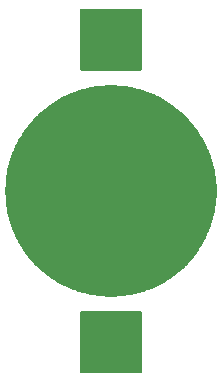
<source format=gbr>
G04 #@! TF.GenerationSoftware,KiCad,Pcbnew,7.99.0-1092-g932f171e96*
G04 #@! TF.CreationDate,2023-05-12T00:04:05+02:00*
G04 #@! TF.ProjectId,parasite,70617261-7369-4746-952e-6b696361645f,2.0.0*
G04 #@! TF.SameCoordinates,Original*
G04 #@! TF.FileFunction,Soldermask,Bot*
G04 #@! TF.FilePolarity,Negative*
%FSLAX46Y46*%
G04 Gerber Fmt 4.6, Leading zero omitted, Abs format (unit mm)*
G04 Created by KiCad (PCBNEW 7.99.0-1092-g932f171e96) date 2023-05-12 00:04:05*
%MOMM*%
%LPD*%
G01*
G04 APERTURE LIST*
G04 APERTURE END LIST*
G36*
X69669517Y-65357882D02*
G01*
X69686062Y-65368938D01*
X69697118Y-65385483D01*
X69701000Y-65405000D01*
X69701000Y-70505000D01*
X69697118Y-70524517D01*
X69686062Y-70541062D01*
X69669517Y-70552118D01*
X69650000Y-70556000D01*
X64550000Y-70556000D01*
X64530483Y-70552118D01*
X64513938Y-70541062D01*
X64502882Y-70524517D01*
X64499000Y-70505000D01*
X64499000Y-65405000D01*
X64502882Y-65385483D01*
X64513938Y-65368938D01*
X64530483Y-65357882D01*
X64550000Y-65354000D01*
X69650000Y-65354000D01*
X69669517Y-65357882D01*
G37*
G36*
X67250684Y-46208999D02*
G01*
X67399097Y-46208999D01*
X67541142Y-46218507D01*
X67685419Y-46223231D01*
X67841841Y-46238637D01*
X67995957Y-46248954D01*
X68131037Y-46267120D01*
X68268335Y-46280643D01*
X68429761Y-46307294D01*
X68588814Y-46328685D01*
X68716425Y-46354623D01*
X68846230Y-46376054D01*
X69011838Y-46414668D01*
X69175022Y-46447837D01*
X69294755Y-46480635D01*
X69416670Y-46509062D01*
X69585600Y-46560306D01*
X69751963Y-46605878D01*
X69863466Y-46644596D01*
X69977191Y-46679094D01*
X70148499Y-46743570D01*
X70317059Y-46802100D01*
X70420099Y-46845793D01*
X70525370Y-46885414D01*
X70698051Y-46963655D01*
X70867787Y-47035629D01*
X70962215Y-47083345D01*
X71058900Y-47127153D01*
X71231907Y-47219627D01*
X71401687Y-47305421D01*
X71487440Y-47356212D01*
X71575467Y-47403264D01*
X71747671Y-47510347D01*
X71916375Y-47610271D01*
X71993496Y-47663211D01*
X72072869Y-47712569D01*
X72243113Y-47834564D01*
X72409552Y-47948818D01*
X72478146Y-48002986D01*
X72548973Y-48053740D01*
X72716055Y-48190861D01*
X72879015Y-48319549D01*
X72939298Y-48374072D01*
X73001772Y-48425343D01*
X73164524Y-48577777D01*
X73322667Y-48720809D01*
X73374880Y-48774797D01*
X73429265Y-48825734D01*
X73586446Y-48993554D01*
X73738528Y-49150806D01*
X73783044Y-49203460D01*
X73829656Y-49253227D01*
X73979979Y-49436396D01*
X74124739Y-49607619D01*
X74161991Y-49658177D01*
X74201259Y-49706026D01*
X74343520Y-49904551D01*
X74479576Y-50089208D01*
X74510045Y-50136937D01*
X74542430Y-50182130D01*
X74675321Y-50395837D01*
X74801455Y-50593421D01*
X74825712Y-50637685D01*
X74851735Y-50679533D01*
X74974043Y-50908354D01*
X75088936Y-51118008D01*
X75107577Y-51158179D01*
X75127846Y-51196099D01*
X75238360Y-51440009D01*
X75340737Y-51660626D01*
X75354435Y-51696193D01*
X75369585Y-51729629D01*
X75467085Y-51988682D01*
X75555733Y-52218849D01*
X75565196Y-52249355D01*
X75575905Y-52277808D01*
X75659193Y-52552373D01*
X75732964Y-52790187D01*
X75738939Y-52815261D01*
X75745937Y-52838329D01*
X75813942Y-53129989D01*
X75871637Y-53372086D01*
X75874894Y-53391396D01*
X75878945Y-53408769D01*
X75930622Y-53721773D01*
X75971135Y-53961948D01*
X75972475Y-53975275D01*
X75974356Y-53986664D01*
X76008667Y-54335036D01*
X76031011Y-54557139D01*
X76031251Y-54564337D01*
X76031768Y-54569580D01*
X76047786Y-55058875D01*
X76051000Y-55155000D01*
X76047785Y-55251132D01*
X76031768Y-55740419D01*
X76031251Y-55745660D01*
X76031011Y-55752861D01*
X76008662Y-55975010D01*
X75974356Y-56323335D01*
X75972475Y-56334722D01*
X75971135Y-56348052D01*
X75930614Y-56588272D01*
X75878945Y-56901230D01*
X75874894Y-56918599D01*
X75871637Y-56937914D01*
X75813931Y-57180055D01*
X75745937Y-57471670D01*
X75738940Y-57494734D01*
X75732964Y-57519813D01*
X75659179Y-57757670D01*
X75575905Y-58032191D01*
X75565197Y-58060639D01*
X75555733Y-58091151D01*
X75467069Y-58321360D01*
X75369585Y-58580370D01*
X75354438Y-58613799D01*
X75340737Y-58649374D01*
X75238341Y-58870031D01*
X75127846Y-59113900D01*
X75107580Y-59151813D01*
X75088936Y-59191992D01*
X74974033Y-59401662D01*
X74851735Y-59630467D01*
X74825713Y-59672313D01*
X74801455Y-59716579D01*
X74675308Y-59914184D01*
X74542430Y-60127869D01*
X74510051Y-60173053D01*
X74479576Y-60220792D01*
X74343494Y-60405484D01*
X74201259Y-60603973D01*
X74161998Y-60651812D01*
X74124739Y-60702381D01*
X73979951Y-60873636D01*
X73829656Y-61056772D01*
X73783053Y-61106529D01*
X73738528Y-61159194D01*
X73586416Y-61316475D01*
X73429265Y-61484265D01*
X73374890Y-61535192D01*
X73322667Y-61589191D01*
X73164493Y-61732250D01*
X73001772Y-61884656D01*
X72939310Y-61935917D01*
X72879015Y-61990451D01*
X72716023Y-62119163D01*
X72548973Y-62256259D01*
X72478160Y-62307002D01*
X72409552Y-62361182D01*
X72243080Y-62475458D01*
X72072869Y-62597430D01*
X71993511Y-62646777D01*
X71916375Y-62699729D01*
X71747637Y-62799672D01*
X71575467Y-62906735D01*
X71487457Y-62953777D01*
X71401687Y-63004579D01*
X71231873Y-63090389D01*
X71058900Y-63182846D01*
X70962234Y-63226644D01*
X70867787Y-63274371D01*
X70698017Y-63346359D01*
X70525370Y-63424585D01*
X70420120Y-63464198D01*
X70317059Y-63507900D01*
X70148465Y-63566441D01*
X69977191Y-63630905D01*
X69863489Y-63665396D01*
X69751963Y-63704122D01*
X69585566Y-63749702D01*
X69416670Y-63800937D01*
X69294780Y-63829357D01*
X69175022Y-63862163D01*
X69011805Y-63895338D01*
X68846230Y-63933945D01*
X68716451Y-63955371D01*
X68588814Y-63981315D01*
X68429728Y-64002709D01*
X68268335Y-64029356D01*
X68131064Y-64042875D01*
X67995957Y-64061046D01*
X67841809Y-64071364D01*
X67685419Y-64086768D01*
X67541171Y-64091490D01*
X67399097Y-64101001D01*
X67250653Y-64101001D01*
X67099999Y-64105933D01*
X66949345Y-64101001D01*
X66800903Y-64101001D01*
X66658829Y-64091490D01*
X66514580Y-64086768D01*
X66358187Y-64071364D01*
X66204043Y-64061046D01*
X66068937Y-64042876D01*
X65931664Y-64029356D01*
X65770266Y-64002709D01*
X65611186Y-63981315D01*
X65483553Y-63955372D01*
X65353769Y-63933945D01*
X65188187Y-63895336D01*
X65024978Y-63862163D01*
X64905225Y-63829359D01*
X64783329Y-63800937D01*
X64614423Y-63749700D01*
X64448037Y-63704122D01*
X64336517Y-63665398D01*
X64222808Y-63630905D01*
X64051521Y-63566437D01*
X63882941Y-63507900D01*
X63779887Y-63464201D01*
X63674629Y-63424585D01*
X63501966Y-63346352D01*
X63332213Y-63274371D01*
X63237774Y-63226649D01*
X63141099Y-63182846D01*
X62968108Y-63090380D01*
X62798313Y-63004579D01*
X62712551Y-62953782D01*
X62624532Y-62906735D01*
X62452341Y-62799660D01*
X62283625Y-62699729D01*
X62206497Y-62646784D01*
X62127130Y-62597430D01*
X61956895Y-62475441D01*
X61790448Y-62361182D01*
X61721849Y-62307010D01*
X61651026Y-62256259D01*
X61483949Y-62119143D01*
X61320985Y-61990451D01*
X61260699Y-61935925D01*
X61198227Y-61884656D01*
X61035477Y-61732224D01*
X60877333Y-61589191D01*
X60825118Y-61535202D01*
X60770734Y-61484265D01*
X60613551Y-61316443D01*
X60461472Y-61159194D01*
X60416956Y-61106540D01*
X60370343Y-61056772D01*
X60220014Y-60873596D01*
X60075261Y-60702381D01*
X60038010Y-60651824D01*
X59998740Y-60603973D01*
X59856469Y-60405434D01*
X59720424Y-60220792D01*
X59689957Y-60173066D01*
X59657569Y-60127869D01*
X59524653Y-59914123D01*
X59398545Y-59716579D01*
X59374294Y-59672327D01*
X59348264Y-59630467D01*
X59225925Y-59401588D01*
X59111064Y-59191992D01*
X59092426Y-59151828D01*
X59072153Y-59113900D01*
X58961616Y-58869940D01*
X58859263Y-58649374D01*
X58845567Y-58613814D01*
X58830414Y-58580370D01*
X58732886Y-58321246D01*
X58644267Y-58091151D01*
X58634806Y-58060654D01*
X58624094Y-58032191D01*
X58540774Y-57757524D01*
X58467036Y-57519813D01*
X58461063Y-57494749D01*
X58454062Y-57471670D01*
X58386021Y-57179861D01*
X58328363Y-56937914D01*
X58325107Y-56918615D01*
X58321054Y-56901230D01*
X58269338Y-56587993D01*
X58228865Y-56348052D01*
X58227525Y-56334737D01*
X58225643Y-56323335D01*
X58191289Y-55974536D01*
X58168989Y-55752861D01*
X58168748Y-55745676D01*
X58168231Y-55740419D01*
X58152167Y-55249736D01*
X58149000Y-55155000D01*
X58152164Y-55060349D01*
X58168231Y-54569580D01*
X58168748Y-54564322D01*
X58168989Y-54557139D01*
X58191284Y-54335510D01*
X58225643Y-53986664D01*
X58227525Y-53975259D01*
X58228865Y-53961948D01*
X58269330Y-53722052D01*
X58321054Y-53408769D01*
X58325108Y-53391380D01*
X58328363Y-53372086D01*
X58386010Y-53130184D01*
X58454062Y-52838329D01*
X58461064Y-52815245D01*
X58467036Y-52790187D01*
X58540761Y-52552519D01*
X58624094Y-52277808D01*
X58634808Y-52249340D01*
X58644267Y-52218849D01*
X58732870Y-51988796D01*
X58830414Y-51729629D01*
X58845570Y-51696178D01*
X58859263Y-51660626D01*
X58961597Y-51440100D01*
X59072153Y-51196099D01*
X59092429Y-51158164D01*
X59111064Y-51118008D01*
X59225916Y-50908428D01*
X59348264Y-50679533D01*
X59374294Y-50637672D01*
X59398545Y-50593421D01*
X59524639Y-50395897D01*
X59657569Y-50182130D01*
X59689962Y-50136924D01*
X59720424Y-50089208D01*
X59856443Y-49904600D01*
X59998740Y-49706026D01*
X60038017Y-49658165D01*
X60075261Y-49607619D01*
X60219986Y-49436436D01*
X60370343Y-49253227D01*
X60416964Y-49203449D01*
X60461472Y-49150806D01*
X60613521Y-48993587D01*
X60770734Y-48825734D01*
X60825129Y-48774787D01*
X60877333Y-48720809D01*
X61035446Y-48577803D01*
X61198227Y-48425343D01*
X61260711Y-48374063D01*
X61320985Y-48319549D01*
X61483917Y-48190882D01*
X61651026Y-48053740D01*
X61721863Y-48002978D01*
X61790448Y-47948818D01*
X61956862Y-47834580D01*
X62127130Y-47712569D01*
X62206511Y-47663206D01*
X62283625Y-47610271D01*
X62452321Y-47510351D01*
X62624533Y-47403264D01*
X62712561Y-47356211D01*
X62798313Y-47305421D01*
X62968080Y-47219633D01*
X63141099Y-47127153D01*
X63237793Y-47083341D01*
X63332213Y-47035629D01*
X63501932Y-46963661D01*
X63674629Y-46885414D01*
X63779908Y-46845789D01*
X63882941Y-46802100D01*
X64051487Y-46743574D01*
X64222808Y-46679094D01*
X64336540Y-46644593D01*
X64448037Y-46605878D01*
X64614389Y-46560309D01*
X64783329Y-46509062D01*
X64905249Y-46480634D01*
X65024978Y-46447837D01*
X65188153Y-46414670D01*
X65353769Y-46376054D01*
X65483579Y-46354622D01*
X65611186Y-46328685D01*
X65770233Y-46307295D01*
X65931664Y-46280643D01*
X66068965Y-46267120D01*
X66204043Y-46248954D01*
X66358155Y-46238637D01*
X66514580Y-46223231D01*
X66658859Y-46218507D01*
X66800903Y-46208999D01*
X66949314Y-46208999D01*
X67099999Y-46204066D01*
X67250684Y-46208999D01*
G37*
G36*
X69669517Y-39757882D02*
G01*
X69686062Y-39768938D01*
X69697118Y-39785483D01*
X69701000Y-39805000D01*
X69701000Y-44905000D01*
X69697118Y-44924517D01*
X69686062Y-44941062D01*
X69669517Y-44952118D01*
X69650000Y-44956000D01*
X64550000Y-44956000D01*
X64530483Y-44952118D01*
X64513938Y-44941062D01*
X64502882Y-44924517D01*
X64499000Y-44905000D01*
X64499000Y-39805000D01*
X64502882Y-39785483D01*
X64513938Y-39768938D01*
X64530483Y-39757882D01*
X64550000Y-39754000D01*
X69650000Y-39754000D01*
X69669517Y-39757882D01*
G37*
M02*

</source>
